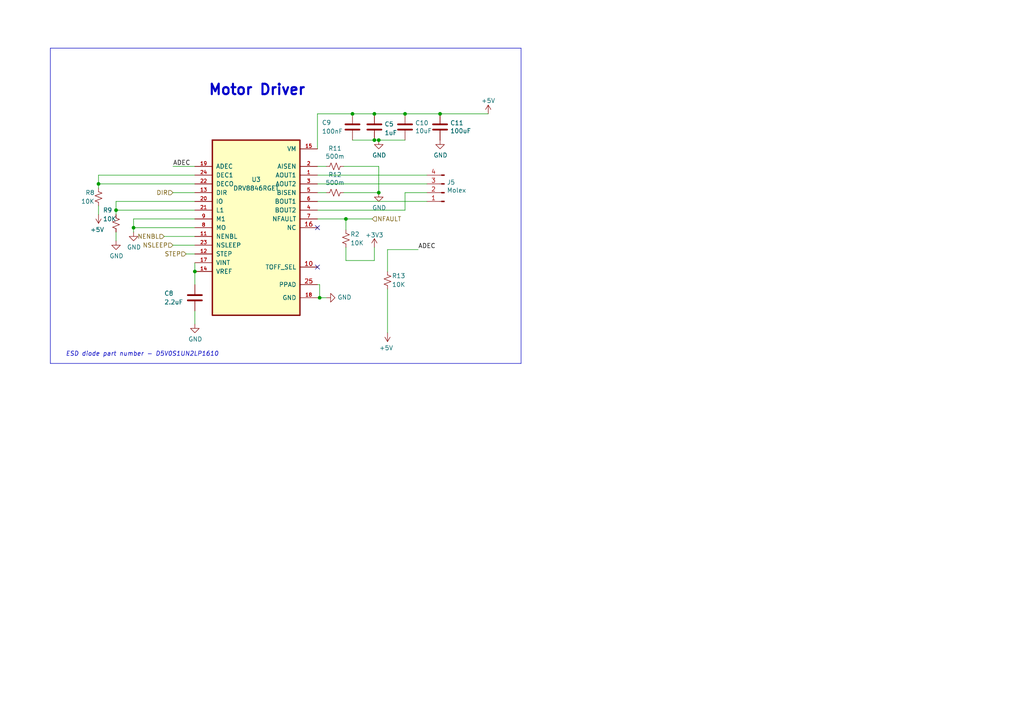
<source format=kicad_sch>
(kicad_sch (version 20230121) (generator eeschema)
  (paper "A4")
  (lib_symbols
    (symbol "Bluetooth-Pump-rescue:DRV8846RGET-Power_Management2" (pin_names (offset 1.016))
      (property "Reference" "U3" (at 0 13.97 0))
      (property "Value" "DRV8846RGET" (at 0 11.43 0))
      (symbol "DRV8846RGET-Power_Management2_0_0"
        (rectangle (start -12.7 -25.4) (end 12.7 25.4) (stroke (width 0.4064)) (fill (type background)))
        (pin output line (at 17.78 15.24 180) (length 5.08) (name "AOUT1") (number "1"))
        (pin input line (at 17.78 -11.43 180) (length 5.08) (name "TOFF_SEL") (number "10"))
        (pin input line (at -17.78 -2.54 0) (length 5.08) (name "NENBL") (number "11"))
        (pin input line (at -17.78 -7.62 0) (length 5.08) (name "STEP") (number "12"))
        (pin input line (at -17.78 10.16 0) (length 5.08) (name "DIR") (number "13"))
        (pin input line (at -17.78 -12.7 0) (length 5.08) (name "VREF") (number "14"))
        (pin power_in line (at 17.78 22.86 180) (length 5.08) (name "VM") (number "15"))
        (pin input line (at 17.78 0 180) (length 5.08) (name "NC") (number "16"))
        (pin input line (at -17.78 -10.16 0) (length 5.08) (name "VINT") (number "17"))
        (pin power_in line (at 17.78 -20.32 180) (length 5.08) (name "GND") (number "18"))
        (pin input line (at -17.78 17.78 0) (length 5.08) (name "ADEC") (number "19"))
        (pin output line (at 17.78 17.78 180) (length 5.08) (name "AISEN") (number "2"))
        (pin input line (at -17.78 7.62 0) (length 5.08) (name "IO") (number "20"))
        (pin input line (at -17.78 5.08 0) (length 5.08) (name "L1") (number "21"))
        (pin input line (at -17.78 12.7 0) (length 5.08) (name "DECO") (number "22"))
        (pin input line (at -17.78 -5.08 0) (length 5.08) (name "NSLEEP") (number "23"))
        (pin input line (at -17.78 15.24 0) (length 5.08) (name "DEC1") (number "24"))
        (pin input line (at 17.78 -16.51 180) (length 5.08) (name "PPAD") (number "25"))
        (pin output line (at 17.78 12.7 180) (length 5.08) (name "AOUT2") (number "3"))
        (pin output line (at 17.78 5.08 180) (length 5.08) (name "BOUT2") (number "4"))
        (pin output line (at 17.78 10.16 180) (length 5.08) (name "BISEN") (number "5"))
        (pin output line (at 17.78 7.62 180) (length 5.08) (name "BOUT1") (number "6"))
        (pin output line (at 17.78 2.54 180) (length 5.08) (name "NFAULT") (number "7"))
        (pin input line (at -17.78 0 0) (length 5.08) (name "MO") (number "8"))
        (pin input line (at -17.78 2.54 0) (length 5.08) (name "M1") (number "9"))
      )
    )
    (symbol "Connector:Conn_01x04_Male" (pin_names (offset 1.016) hide)
      (property "Reference" "J" (at 0 5.08 0))
      (property "Value" "Conn_01x04_Male" (at 0 -7.62 0))
      (symbol "Conn_01x04_Male_1_1"
        (polyline (pts (xy 1.27 -5.08) (xy 0.8636 -5.08)) (stroke (width 0.1524)))
        (polyline (pts (xy 1.27 -2.54) (xy 0.8636 -2.54)) (stroke (width 0.1524)))
        (polyline (pts (xy 1.27 0) (xy 0.8636 0)) (stroke (width 0.1524)))
        (polyline (pts (xy 1.27 2.54) (xy 0.8636 2.54)) (stroke (width 0.1524)))
        (rectangle (start 0.8636 -4.953) (end 0 -5.207) (stroke (width 0.1524)) (fill (type outline)))
        (rectangle (start 0.8636 -2.413) (end 0 -2.667) (stroke (width 0.1524)) (fill (type outline)))
        (rectangle (start 0.8636 0.127) (end 0 -0.127) (stroke (width 0.1524)) (fill (type outline)))
        (rectangle (start 0.8636 2.667) (end 0 2.413) (stroke (width 0.1524)) (fill (type outline)))
        (pin passive line (at 5.08 2.54 180) (length 3.81) (name "Pin_1") (number "1"))
        (pin passive line (at 5.08 0 180) (length 3.81) (name "Pin_2") (number "2"))
        (pin passive line (at 5.08 -2.54 180) (length 3.81) (name "Pin_3") (number "3"))
        (pin passive line (at 5.08 -5.08 180) (length 3.81) (name "Pin_4") (number "4"))
      )
    )
    (symbol "Device:C" (pin_numbers hide) (pin_names (offset 0.254))
      (property "Reference" "C" (at 0.635 2.54 0))
      (property "Value" "C" (at 0.635 -2.54 0))
      (symbol "C_0_1"
        (polyline (pts (xy -2.032 -0.762) (xy 2.032 -0.762)) (stroke (width 0.508)))
        (polyline (pts (xy -2.032 0.762) (xy 2.032 0.762)) (stroke (width 0.508)))
      )
      (symbol "C_1_1"
        (pin passive line (at 0 3.81 270) (length 2.794) (name "~") (number "1"))
        (pin passive line (at 0 -3.81 90) (length 2.794) (name "~") (number "2"))
      )
    )
    (symbol "Device:R_Small_US" (pin_numbers hide) (pin_names (offset 0.254) hide)
      (property "Reference" "R" (at 0.762 0.508 0))
      (property "Value" "R_Small_US" (at 0.762 -1.016 0))
      (symbol "R_Small_US_1_1"
        (polyline (pts (xy 0 0) (xy 1.016 -0.381) (xy 0 -0.762) (xy -1.016 -1.143) (xy 0 -1.524)))
        (polyline (pts (xy 0 1.524) (xy 1.016 1.143) (xy 0 0.762) (xy -1.016 0.381) (xy 0 0)))
        (pin passive line (at 0 2.54 270) (length 1.016) (name "~") (number "1"))
        (pin passive line (at 0 -2.54 90) (length 1.016) (name "~") (number "2"))
      )
    )
    (symbol "power:+3V3" (power) (pin_names (offset 0))
      (property "Value" "+3V3" (at 0 3.556 0))
      (symbol "+3V3_0_1"
        (polyline (pts (xy -0.762 1.27) (xy 0 2.54)))
        (polyline (pts (xy 0 0) (xy 0 2.54)))
        (polyline (pts (xy 0 2.54) (xy 0.762 1.27)))
      )
      (symbol "+3V3_1_1"
        (pin power_in line (at 0 0 90) (length 0) hide (name "+3V3") (number "1"))
      )
    )
    (symbol "power:+5V" (power) (pin_names (offset 0))
      (property "Value" "+5V" (at 0 3.556 0))
      (symbol "+5V_0_1"
        (polyline (pts (xy -0.762 1.27) (xy 0 2.54)))
        (polyline (pts (xy 0 0) (xy 0 2.54)))
        (polyline (pts (xy 0 2.54) (xy 0.762 1.27)))
      )
      (symbol "+5V_1_1"
        (pin power_in line (at 0 0 90) (length 0) hide (name "+5V") (number "1"))
      )
    )
    (symbol "power:GND" (power) (pin_names (offset 0))
      (property "Value" "GND" (at 0 -3.81 0))
      (symbol "GND_0_1"
        (polyline (pts (xy 0 0) (xy 0 -1.27) (xy 1.27 -1.27) (xy 0 -2.54) (xy -1.27 -1.27) (xy 0 -1.27)))
      )
      (symbol "GND_1_1"
        (pin power_in line (at 0 0 270) (length 0) hide (name "GND") (number "1"))
      )
    )
  )
  (junction (at 109.855 40.64))
  (junction (at 108.585 40.64))
  (junction (at 56.515 78.74))
  (junction (at 28.575 53.34))
  (junction (at 92.71 86.36))
  (junction (at 33.655 60.96))
  (junction (at 127.635 33.02))
  (junction (at 109.855 55.88))
  (junction (at 108.585 33.02))
  (junction (at 117.475 33.02))
  (junction (at 102.235 33.02))
  (junction (at 38.735 66.04))
  (junction (at 100.33 63.5))
  (no_connect (at 92.075 77.47))
  (no_connect (at 92.075 66.04))
  (wire (pts (xy 117.475 55.88) (xy 123.825 55.88)))
  (wire (pts (xy 47.625 68.58) (xy 56.515 68.58)))
  (wire (pts (xy 109.855 40.64) (xy 117.475 40.64)))
  (wire (pts (xy 56.515 78.74) (xy 56.515 76.2)))
  (wire (pts (xy 100.33 75.565) (xy 108.585 75.565)))
  (wire (pts (xy 92.075 58.42) (xy 123.825 58.42)))
  (polyline (pts (xy 14.605 13.97) (xy 151.13 13.97)))
  (wire (pts (xy 92.075 50.8) (xy 123.825 50.8)))
  (wire (pts (xy 38.735 67.31) (xy 38.735 66.04)))
  (wire (pts (xy 117.475 33.02) (xy 127.635 33.02)))
  (wire (pts (xy 92.075 86.36) (xy 92.71 86.36)))
  (wire (pts (xy 50.165 48.26) (xy 56.515 48.26)))
  (wire (pts (xy 33.655 62.23) (xy 33.655 60.96)))
  (wire (pts (xy 38.735 63.5) (xy 56.515 63.5)))
  (polyline (pts (xy 14.605 105.41) (xy 14.605 13.97)))
  (wire (pts (xy 99.695 48.26) (xy 109.855 48.26)))
  (wire (pts (xy 56.515 90.17) (xy 56.515 93.98)))
  (wire (pts (xy 121.285 72.39) (xy 112.395 72.39)))
  (wire (pts (xy 56.515 78.74) (xy 56.515 82.55)))
  (wire (pts (xy 102.235 40.64) (xy 108.585 40.64)))
  (wire (pts (xy 33.655 60.96) (xy 33.655 58.42)))
  (wire (pts (xy 92.075 60.96) (xy 117.475 60.96)))
  (wire (pts (xy 38.735 66.04) (xy 38.735 63.5)))
  (wire (pts (xy 127.635 33.02) (xy 141.605 33.02)))
  (wire (pts (xy 50.165 71.12) (xy 56.515 71.12)))
  (wire (pts (xy 92.71 86.36) (xy 94.615 86.36)))
  (wire (pts (xy 92.075 33.02) (xy 92.075 43.18)))
  (wire (pts (xy 92.075 33.02) (xy 102.235 33.02)))
  (polyline (pts (xy 151.13 105.41) (xy 14.605 105.41)))
  (wire (pts (xy 92.075 82.55) (xy 92.71 82.55)))
  (wire (pts (xy 109.855 55.88) (xy 99.695 55.88)))
  (wire (pts (xy 112.395 72.39) (xy 112.395 78.74)))
  (wire (pts (xy 28.575 50.8) (xy 56.515 50.8)))
  (wire (pts (xy 92.075 48.26) (xy 94.615 48.26)))
  (wire (pts (xy 50.165 55.88) (xy 56.515 55.88)))
  (wire (pts (xy 33.655 58.42) (xy 56.515 58.42)))
  (wire (pts (xy 92.71 82.55) (xy 92.71 86.36)))
  (wire (pts (xy 33.655 67.31) (xy 33.655 69.85)))
  (wire (pts (xy 53.975 73.66) (xy 56.515 73.66)))
  (wire (pts (xy 92.075 63.5) (xy 100.33 63.5)))
  (wire (pts (xy 100.33 63.5) (xy 100.33 66.675)))
  (wire (pts (xy 28.575 59.69) (xy 28.575 62.23)))
  (wire (pts (xy 108.585 33.02) (xy 117.475 33.02)))
  (wire (pts (xy 112.395 83.82) (xy 112.395 96.52)))
  (wire (pts (xy 109.855 48.26) (xy 109.855 55.88)))
  (wire (pts (xy 28.575 53.34) (xy 28.575 54.61)))
  (wire (pts (xy 117.475 55.88) (xy 117.475 60.96)))
  (wire (pts (xy 100.33 71.755) (xy 100.33 75.565)))
  (wire (pts (xy 108.585 40.64) (xy 109.855 40.64)))
  (polyline (pts (xy 151.13 13.97) (xy 151.13 105.41)))
  (wire (pts (xy 100.33 63.5) (xy 107.95 63.5)))
  (wire (pts (xy 92.075 53.34) (xy 123.825 53.34)))
  (wire (pts (xy 28.575 53.34) (xy 56.515 53.34)))
  (wire (pts (xy 102.235 33.02) (xy 108.585 33.02)))
  (wire (pts (xy 33.655 60.96) (xy 56.515 60.96)))
  (wire (pts (xy 28.575 50.8) (xy 28.575 53.34)))
  (wire (pts (xy 92.075 55.88) (xy 94.615 55.88)))
  (wire (pts (xy 38.735 66.04) (xy 56.515 66.04)))
  (wire (pts (xy 108.585 71.755) (xy 108.585 75.565)))
  (text "ESD diode part number - D5V0S1UN2LP1610\n" (at 19.05 103.505 0) (effects (font (size 1.27 1.27) italic) (justify left bottom)))
  (text "Motor Driver" (at 60.325 27.94 0) (effects (font (size 2.9972 2.9972) (thickness 0.5994) bold) (justify left bottom)))
  (label "ADEC" (at 50.165 48.26 0) (effects (font (size 1.2954 1.2954))))
  (label "ADEC" (at 121.285 72.39 0) (effects (font (size 1.2954 1.2954))))
  (hierarchical_label "NSLEEP" (shape input) (at 50.165 71.12 180))
  (hierarchical_label "NENBL" (shape input) (at 47.625 68.58 180))
  (hierarchical_label "NFAULT" (shape input) (at 107.95 63.5 0))
  (hierarchical_label "DIR" (shape input) (at 50.165 55.88 180))
  (hierarchical_label "STEP" (shape input) (at 53.975 73.66 180))
  (symbol (lib_id "power:GND") (at 38.735 67.31 0) (unit 1)
    (property "Reference" "#PWR018" (effects hide))
    (property "Value" "GND" (at 38.862 71.7042 0))
  )
  (symbol (lib_id "power:GND") (at 127.635 40.64 0) (unit 1)
    (property "Reference" "#PWR025" (effects hide))
    (property "Value" "GND" (at 127.762 45.0342 0))
  )
  (symbol (lib_id "power:+5V") (at 112.395 96.52 180) (unit 1)
    (property "Reference" "#PWR023" (effects hide))
    (property "Value" "+5V" (at 112.014 100.9142 0))
  )
  (symbol (lib_id "Device:C") (at 108.585 36.83 0) (unit 1)
    (property "Reference" "C5" (at 111.506 35.9953 0) (effects (justify left)))
    (property "Value" "1uF" (at 111.506 38.5322 0) (effects (justify left)))
    (property "Footprint" "Capacitor_SMD:C_0402_1005Metric" (effects hide))
    (property "LCSC" "C2887021" (effects hide))
  )
  (symbol (lib_id "Device:R_Small_US") (at 33.655 64.77 0) (unit 1)
    (property "Reference" "R9" (at 29.845 60.96 0) (effects (justify left)))
    (property "Value" "10K" (at 29.845 63.5 0) (effects (justify left)))
    (property "Footprint" "Resistor_SMD:R_0402_1005Metric" (effects hide))
    (property "LCSC" "C25744" (effects hide))
  )
  (symbol (lib_id "Device:C") (at 56.515 86.36 0) (unit 1)
    (property "Reference" "C8" (at 47.625 85.09 0) (effects (justify left)))
    (property "Value" "2.2uF" (at 47.625 87.63 0) (effects (justify left)))
    (property "Footprint" "Capacitor_SMD:C_0402_1005Metric" (effects hide))
    (property "LCSC" "C710862" (effects hide))
  )
  (symbol (lib_id "Device:R_Small_US") (at 97.155 55.88 270) (unit 1)
    (property "Reference" "R12" (at 97.155 50.673 90))
    (property "Value" "500m" (at 97.155 52.9844 90))
    (property "Footprint" "Resistor_SMD:R_0402_1005Metric" (effects hide))
    (property "LCSC" "C5204041" (effects hide))
  )
  (symbol (lib_id "Bluetooth-Pump-rescue:DRV8846RGET-Power_Management2") (at 74.295 66.04 0) (unit 1)
    (property "Reference" "U3" (at 74.295 52.07 0))
    (property "Value" "DRV8846RGET" (at 74.295 54.61 0))
    (property "Footprint" "DRV8846RGET:QFN50P400X400X100-25N" (effects hide))
    (property "LCSC" "C473340" (effects hide))
  )
  (symbol (lib_id "power:GND") (at 109.855 55.88 0) (unit 1)
    (property "Reference" "#PWR021" (effects hide))
    (property "Value" "GND" (at 109.982 60.2742 0))
  )
  (symbol (lib_id "Device:R_Small_US") (at 112.395 81.28 0) (unit 1)
    (property "Reference" "R13" (at 113.665 80.01 0) (effects (justify left)))
    (property "Value" "10K" (at 113.665 82.55 0) (effects (justify left)))
    (property "Footprint" "Resistor_SMD:R_0402_1005Metric" (effects hide))
    (property "LCSC" "C25744" (effects hide))
  )
  (symbol (lib_id "power:+5V") (at 141.605 33.02 0) (unit 1)
    (property "Reference" "#PWR026" (effects hide))
    (property "Value" "+5V" (at 141.605 29.21 0))
  )
  (symbol (lib_id "Device:C") (at 102.235 36.83 0) (unit 1)
    (property "Reference" "C9" (at 93.345 35.56 0) (effects (justify left)))
    (property "Value" "100nF" (at 93.345 38.1 0) (effects (justify left)))
    (property "Footprint" "Capacitor_SMD:C_0402_1005Metric" (effects hide))
    (property "LCSC" "C913614" (effects hide))
  )
  (symbol (lib_id "Device:R_Small_US") (at 28.575 57.15 0) (unit 1)
    (property "Reference" "R8" (at 24.765 55.88 0) (effects (justify left)))
    (property "Value" "10K" (at 23.495 58.42 0) (effects (justify left)))
    (property "Footprint" "Resistor_SMD:R_0402_1005Metric" (effects hide))
    (property "LCSC" "C25744" (effects hide))
  )
  (symbol (lib_id "power:GND") (at 33.655 69.85 0) (unit 1)
    (property "Reference" "#PWR017" (effects hide))
    (property "Value" "GND" (at 33.782 74.2442 0))
  )
  (symbol (lib_id "power:GND") (at 56.515 93.98 0) (unit 1)
    (property "Reference" "#PWR019" (effects hide))
    (property "Value" "GND" (at 56.642 98.3742 0))
  )
  (symbol (lib_id "Connector:Conn_01x04_Male") (at 128.905 55.88 180) (unit 1)
    (property "Reference" "J5" (at 129.6162 52.8828 0) (effects (justify right)))
    (property "Value" "Molex" (at 129.6162 55.1942 0) (effects (justify right)))
    (property "Footprint" "Connector_Hirose:Hirose_DF13-04P-1.25DSA_1x04_P1.25mm_Vertical" (effects hide))
  )
  (symbol (lib_id "Device:C") (at 117.475 36.83 0) (unit 1)
    (property "Reference" "C10" (at 120.396 35.6616 0) (effects (justify left)))
    (property "Value" "10uF" (at 120.396 37.973 0) (effects (justify left)))
    (property "Footprint" "Capacitor_SMD:C_0402_1005Metric" (effects hide))
    (property "LCSC" "C1864622" (effects hide))
  )
  (symbol (lib_id "Device:R_Small_US") (at 97.155 48.26 270) (unit 1)
    (property "Reference" "R11" (at 97.155 43.053 90))
    (property "Value" "500m" (at 97.155 45.3644 90))
    (property "Footprint" "Resistor_SMD:R_0402_1005Metric" (effects hide))
    (property "LCSC" "C5204041" (effects hide))
  )
  (symbol (lib_id "power:GND") (at 109.855 40.64 0) (unit 1)
    (property "Reference" "#PWR022" (effects hide))
    (property "Value" "GND" (at 109.982 45.0342 0))
  )
  (symbol (lib_id "power:GND") (at 94.615 86.36 90) (unit 1)
    (property "Reference" "#PWR020" (effects hide))
    (property "Value" "GND" (at 97.8662 86.233 90) (effects (justify right)))
  )
  (symbol (lib_id "power:+5V") (at 28.575 62.23 180) (unit 1)
    (property "Reference" "#PWR016" (effects hide))
    (property "Value" "+5V" (at 28.194 66.6242 0))
  )
  (symbol (lib_id "power:+3V3") (at 108.585 71.755 0) (unit 1)
    (property "Reference" "#PWR051" (effects hide))
    (property "Value" "+3V3" (at 108.585 68.1792 0))
  )
  (symbol (lib_id "Device:C") (at 127.635 36.83 0) (unit 1)
    (property "Reference" "C11" (at 130.556 35.6616 0) (effects (justify left)))
    (property "Value" "100uF" (at 130.556 37.973 0) (effects (justify left)))
    (property "Footprint" "Capacitor_SMD:C_1210_3225Metric" (effects hide))
    (property "LCSC" "C2762605" (effects hide))
  )
  (symbol (lib_id "Device:R_Small_US") (at 100.33 69.215 0) (unit 1)
    (property "Reference" "R2" (at 101.6 67.945 0) (effects (justify left)))
    (property "Value" "10K" (at 101.6 70.485 0) (effects (justify left)))
    (property "Footprint" "Resistor_SMD:R_0402_1005Metric" (effects hide))
    (property "LCSC" "C25744" (effects hide))
  )
)
</source>
